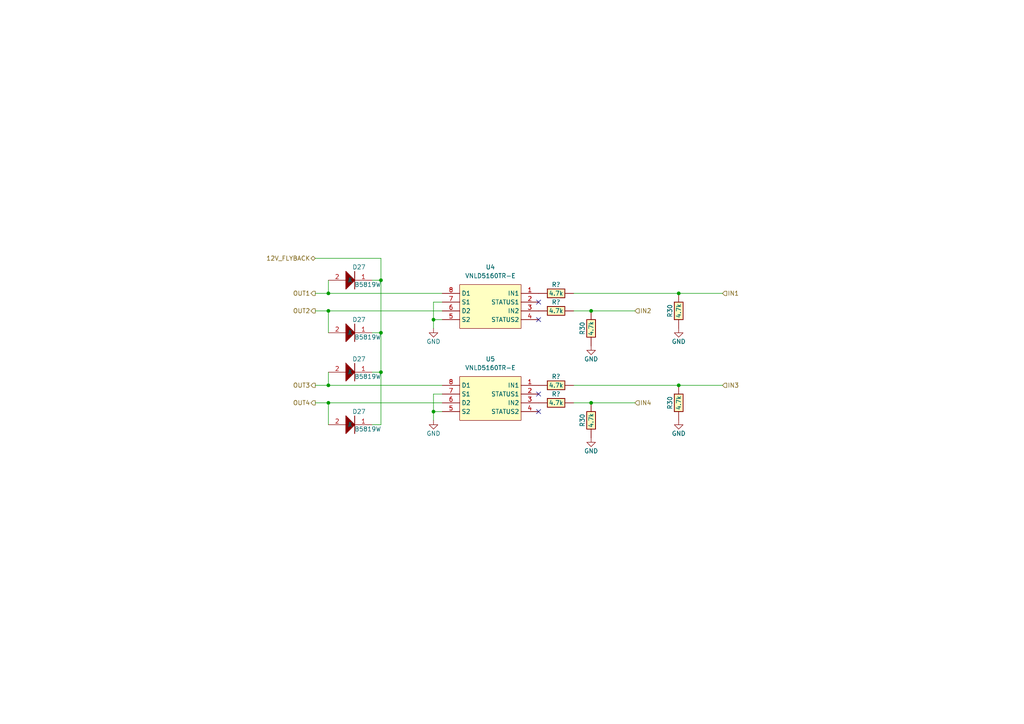
<source format=kicad_sch>
(kicad_sch (version 20230121) (generator eeschema)
  (paper "A4")
  (title_block (date "2024-03-15") (company "rusefi.com"))
  (lib_symbols
    (symbol "chips:VNLD5160"
      (property "Reference" "U" (at 6.35 3.81 0))
      (property "Value" "VNLD5160TR-E" (at 12.7 -11.43 0))
      (symbol "VNLD5160_1_1"
        (rectangle (start 5.08 2.54) (end 22.86 -10.16) (fill (type background)))
        (pin input line (at 0 0 0) (length 5.08) (name "IN1") (number "1"))
        (pin open_collector line (at 0 -2.54 0) (length 5.08) (name "STATUS1") (number "2"))
        (pin input line (at 0 -5.08 0) (length 5.08) (name "IN2") (number "3"))
        (pin open_collector line (at 0 -7.62 0) (length 5.08) (name "STATUS2") (number "4"))
        (pin power_in line (at 27.94 -7.62 180) (length 5.08) (name "S2") (number "5"))
        (pin power_out line (at 27.94 -5.08 180) (length 5.08) (name "D2") (number "6"))
        (pin power_in line (at 27.94 -2.54 180) (length 5.08) (name "S1") (number "7"))
        (pin power_out line (at 27.94 0 180) (length 5.08) (name "D1") (number "8"))
      )
    )
    (symbol "hellen-one-common:1N4148WS"
      (property "Reference" "D" (at 0 2.54 0))
      (property "Value" "1N4148WS" (at 0 -3.81 0))
      (symbol "1N4148WS_1_0"
        (polyline (pts (xy 2.54 2.54) (xy 2.54 -2.54)) (stroke (width 0.254)))
        (polyline (pts (xy 0 -2.54) (xy 2.54 0) (xy 0 2.54) (xy 0 -2.54)) (stroke (width 0.254)) (fill (type outline)))
        (pin passive line (at 7.62 0 180) (length 5.08) (name "K") (number "1"))
        (pin passive line (at -5.08 0 0) (length 5.08) (name "A") (number "2"))
      )
    )
    (symbol "hellen-one-common:Res" (pin_numbers hide)
      (property "Reference" "R" (at 3.81 2.54 0))
      (property "Value" "Res" (at 5.08 -2.54 0))
      (symbol "Res_1_0"
        (rectangle (start 2.54 -1.27) (end 7.62 1.27) (stroke (width 0.254)) (fill (type background)))
        (pin passive line (at 0 0 0) (length 2.54) (name "") (number "1"))
        (pin passive line (at 10.16 0 180) (length 2.54) (name "") (number "2"))
      )
    )
    (symbol "power:GND" (power) (pin_names (offset 0))
      (property "Value" "GND" (at 0 -3.81 0))
      (symbol "GND_0_1"
        (polyline (pts (xy 0 0) (xy 0 -1.27) (xy 1.27 -1.27) (xy 0 -2.54) (xy -1.27 -1.27) (xy 0 -1.27)))
      )
      (symbol "GND_1_1"
        (pin power_in line (at 0 0 270) (length 0) hide (name "GND") (number "1"))
      )
    )
  )
  (junction (at 110.49 107.95))
  (junction (at 171.45 90.17))
  (junction (at 171.45 116.84))
  (junction (at 95.25 116.84))
  (junction (at 125.73 119.38))
  (junction (at 95.25 85.09))
  (junction (at 110.49 81.28))
  (junction (at 110.49 96.52))
  (junction (at 125.73 92.71))
  (junction (at 95.25 111.76))
  (junction (at 95.25 90.17))
  (junction (at 196.85 85.09))
  (junction (at 196.85 111.76))
  (no_connect (at 156.21 92.71))
  (no_connect (at 156.21 119.38))
  (no_connect (at 156.21 114.3))
  (no_connect (at 156.21 87.63))
  (wire (pts (xy 95.25 85.09) (xy 128.27 85.09)))
  (wire (pts (xy 166.37 85.09) (xy 196.85 85.09)))
  (wire (pts (xy 110.49 81.28) (xy 107.95 81.28)))
  (wire (pts (xy 125.73 114.3) (xy 128.27 114.3)))
  (wire (pts (xy 125.73 119.38) (xy 125.73 114.3)))
  (wire (pts (xy 166.37 90.17) (xy 171.45 90.17)))
  (wire (pts (xy 95.25 107.95) (xy 95.25 111.76)))
  (wire (pts (xy 196.85 85.09) (xy 209.55 85.09)))
  (wire (pts (xy 110.49 96.52) (xy 107.95 96.52)))
  (wire (pts (xy 196.85 111.76) (xy 209.55 111.76)))
  (wire (pts (xy 125.73 87.63) (xy 128.27 87.63)))
  (wire (pts (xy 110.49 81.28) (xy 110.49 74.93)))
  (wire (pts (xy 125.73 121.92) (xy 125.73 119.38)))
  (wire (pts (xy 110.49 123.19) (xy 107.95 123.19)))
  (wire (pts (xy 110.49 123.19) (xy 110.49 107.95)))
  (wire (pts (xy 95.25 116.84) (xy 95.25 123.19)))
  (wire (pts (xy 95.25 90.17) (xy 128.27 90.17)))
  (wire (pts (xy 91.44 85.09) (xy 95.25 85.09)))
  (wire (pts (xy 125.73 119.38) (xy 128.27 119.38)))
  (wire (pts (xy 125.73 92.71) (xy 125.73 87.63)))
  (wire (pts (xy 95.25 90.17) (xy 95.25 96.52)))
  (wire (pts (xy 171.45 90.17) (xy 184.15 90.17)))
  (wire (pts (xy 166.37 116.84) (xy 171.45 116.84)))
  (wire (pts (xy 95.25 81.28) (xy 95.25 85.09)))
  (wire (pts (xy 91.44 116.84) (xy 95.25 116.84)))
  (wire (pts (xy 171.45 116.84) (xy 184.15 116.84)))
  (wire (pts (xy 95.25 116.84) (xy 128.27 116.84)))
  (wire (pts (xy 166.37 111.76) (xy 196.85 111.76)))
  (wire (pts (xy 91.44 90.17) (xy 95.25 90.17)))
  (wire (pts (xy 110.49 107.95) (xy 110.49 96.52)))
  (wire (pts (xy 110.49 96.52) (xy 110.49 81.28)))
  (wire (pts (xy 95.25 111.76) (xy 128.27 111.76)))
  (wire (pts (xy 110.49 107.95) (xy 107.95 107.95)))
  (wire (pts (xy 91.44 111.76) (xy 95.25 111.76)))
  (wire (pts (xy 125.73 92.71) (xy 128.27 92.71)))
  (wire (pts (xy 91.44 74.93) (xy 110.49 74.93)))
  (wire (pts (xy 125.73 95.25) (xy 125.73 92.71)))
  (hierarchical_label "12V_FLYBACK" (shape bidirectional) (at 91.44 74.93 180))
  (hierarchical_label "IN1" (shape input) (at 209.55 85.09 0))
  (hierarchical_label "OUT4" (shape output) (at 91.44 116.84 180))
  (hierarchical_label "OUT3" (shape output) (at 91.44 111.76 180))
  (hierarchical_label "OUT2" (shape output) (at 91.44 90.17 180))
  (hierarchical_label "IN2" (shape input) (at 184.15 90.17 0))
  (hierarchical_label "IN3" (shape input) (at 209.55 111.76 0))
  (hierarchical_label "OUT1" (shape output) (at 91.44 85.09 180))
  (hierarchical_label "IN4" (shape input) (at 184.15 116.84 0))
  (symbol (lib_id "hellen-one-common:Res") (at 196.85 95.25 90) (unit 1)
    (property "Reference" "R30" (at 194.31 90.17 0))
    (property "Value" "4.7k" (at 196.85 90.17 0))
    (property "Footprint" "hellen-one-common:R0603" (effects hide))
    (property "LCSC" "C23162" (effects hide))
    (instances (project "hellen154hyundai" (path "" (reference "R30") (unit 1)) (path "" (reference "R75") (unit 1)) (path "" (reference "R33") (unit 1)) (path "" (reference "R92") (unit 1))) (project "uaefi" (path "" (reference "R10") (unit 1))))
  )
  (symbol (lib_id "hellen-one-common:Res") (at 196.85 121.92 90) (unit 1)
    (property "Reference" "R30" (at 194.31 116.84 0))
    (property "Value" "4.7k" (at 196.85 116.84 0))
    (property "Footprint" "hellen-one-common:R0603" (effects hide))
    (property "LCSC" "C23162" (effects hide))
    (instances (project "hellen154hyundai" (path "" (reference "R30") (unit 1)) (path "" (reference "R77") (unit 1)) (path "" (reference "R37") (unit 1)) (path "" (reference "R93") (unit 1))) (project "uaefi" (path "" (reference "R12") (unit 1))))
  )
  (symbol (lib_id "hellen-one-common:Res") (at 156.21 111.76 0) (unit 1)
    (property "Reference" "R?" (at 161.29 109.22 0))
    (property "Value" "4.7k" (at 161.29 111.76 0))
    (property "Footprint" "hellen-one-common:R0603" (effects hide))
    (property "LCSC" "C23162" (effects hide))
    (instances (project "hellen154hyundai" (path "" (reference "R?") (unit 1)) (path "" (reference "R26") (unit 1)) (path "" (reference "R48") (unit 1)) (path "" (reference "R88") (unit 1))) (project "uaefi" (path "" (reference "R10") (unit 1))))
  )
  (symbol (lib_id "power:GND") (at 125.73 95.25 0) (mirror y) (unit 1)
    (property "Reference" "#PWR089" (effects hide))
    (property "Value" "GND" (at 125.73 99.06 0))
    (instances (project "hellen154hyundai" (path "" (reference "#PWR089") (unit 1)) (path "" (reference "#PWR072") (unit 1)) (path "" (reference "#PWR0104") (unit 1))) (project "uaefi" (path "" (reference "#PWR090") (unit 1))))
  )
  (symbol (lib_id "power:GND") (at 196.85 121.92 0) (mirror y) (unit 1)
    (property "Reference" "#PWR095" (effects hide))
    (property "Value" "GND" (at 196.85 125.73 0))
    (instances (project "hellen154hyundai" (path "" (reference "#PWR095") (unit 1)) (path "" (reference "#PWR084") (unit 1)) (path "" (reference "#PWR0109") (unit 1))) (project "uaefi" (path "" (reference "#PWR0141") (unit 1))))
  )
  (symbol (lib_id "hellen-one-common:Res") (at 156.21 116.84 0) (unit 1)
    (property "Reference" "R?" (at 161.29 114.3 0))
    (property "Value" "4.7k" (at 161.29 116.84 0))
    (property "Footprint" "hellen-one-common:R0603" (effects hide))
    (property "LCSC" "C23162" (effects hide))
    (instances (project "hellen154hyundai" (path "" (reference "R?") (unit 1)) (path "" (reference "R26") (unit 1)) (path "" (reference "R49") (unit 1)) (path "" (reference "R89") (unit 1))) (project "uaefi" (path "" (reference "R10") (unit 1))))
  )
  (symbol (lib_id "chips:VNLD5160") (at 156.21 111.76 0) (mirror y) (unit 1)
    (property "Reference" "U5" (at 142.24 104.14 0))
    (property "Value" "VNLD5160TR-E" (at 142.24 106.68 0))
    (property "Footprint" "Package_SO:SOIC-8_3.9x4.9mm_P1.27mm" (effects hide))
    (property "LCSC" "C377942" (effects hide))
    (instances (project "hellen154hyundai" (path "" (reference "U5") (unit 1)) (path "" (reference "U2") (unit 1)) (path "" (reference "U9") (unit 1))) (project "uaefi" (path "" (reference "U8") (unit 1))))
  )
  (symbol (lib_id "power:GND") (at 125.73 121.92 0) (mirror y) (unit 1)
    (property "Reference" "#PWR090" (effects hide))
    (property "Value" "GND" (at 125.73 125.73 0))
    (instances (project "hellen154hyundai" (path "" (reference "#PWR090") (unit 1)) (path "" (reference "#PWR073") (unit 1)) (path "" (reference "#PWR0105") (unit 1))) (project "uaefi" (path "" (reference "#PWR091") (unit 1))))
  )
  (symbol (lib_id "power:GND") (at 171.45 100.33 0) (mirror y) (unit 1)
    (property "Reference" "#PWR091" (effects hide))
    (property "Value" "GND" (at 171.45 104.14 0))
    (instances (project "hellen154hyundai" (path "" (reference "#PWR091") (unit 1)) (path "" (reference "#PWR074") (unit 1)) (path "" (reference "#PWR0106") (unit 1))) (project "uaefi" (path "" (reference "#PWR092") (unit 1))))
  )
  (symbol (lib_id "hellen-one-common:1N4148WS") (at 100.33 123.19 0) (mirror x) (unit 1)
    (property "Reference" "D27" (at 104.14 119.38 0))
    (property "Value" "B5819W" (at 106.68 124.46 0))
    (property "Footprint" "hellen-one-common:SOD-123" (effects hide))
    (property "LCSC" "C8598" (effects hide))
    (instances (project "lowside_quad" (path "" (reference "D27") (unit 1))) (project "hellen154hyundai" (path "" (reference "D27") (unit 1)) (path "" (reference "D44") (unit 1)) (path "" (reference "D44") (unit 1)) (path "" (reference "D32") (unit 1))) (project "uaefi" (path "" (reference "D5") (unit 1))))
  )
  (symbol (lib_id "hellen-one-common:1N4148WS") (at 100.33 107.95 0) (mirror x) (unit 1)
    (property "Reference" "D27" (at 104.14 104.14 0))
    (property "Value" "B5819W" (at 106.68 109.22 0))
    (property "Footprint" "hellen-one-common:SOD-123" (effects hide))
    (property "LCSC" "C8598" (effects hide))
    (instances (project "lowside_quad" (path "" (reference "D27") (unit 1))) (project "hellen154hyundai" (path "" (reference "D27") (unit 1)) (path "" (reference "D41") (unit 1)) (path "" (reference "D41") (unit 1)) (path "" (reference "D31") (unit 1))) (project "uaefi" (path "" (reference "D4") (unit 1))))
  )
  (symbol (lib_id "hellen-one-common:Res") (at 156.21 85.09 0) (unit 1)
    (property "Reference" "R?" (at 161.29 82.55 0))
    (property "Value" "4.7k" (at 161.29 85.09 0))
    (property "Footprint" "hellen-one-common:R0603" (effects hide))
    (property "LCSC" "C23162" (effects hide))
    (instances (project "hellen154hyundai" (path "" (reference "R?") (unit 1)) (path "" (reference "R26") (unit 1)) (path "" (reference "R41") (unit 1)) (path "" (reference "R86") (unit 1))) (project "uaefi" (path "" (reference "R10") (unit 1))))
  )
  (symbol (lib_id "hellen-one-common:1N4148WS") (at 100.33 81.28 0) (mirror x) (unit 1)
    (property "Reference" "D27" (at 104.14 77.47 0))
    (property "Value" "B5819W" (at 106.68 82.55 0))
    (property "Footprint" "hellen-one-common:SOD-123" (effects hide))
    (property "LCSC" "C8598" (effects hide))
    (instances (project "lowside_quad" (path "" (reference "D27") (unit 1))) (project "hellen154hyundai" (path "" (reference "D27") (unit 1)) (path "" (reference "D39") (unit 1)) (path "" (reference "D39") (unit 1)) (path "" (reference "D4") (unit 1))) (project "uaefi" (path "" (reference "D2") (unit 1))))
  )
  (symbol (lib_id "chips:VNLD5160") (at 156.21 85.09 0) (mirror y) (unit 1)
    (property "Reference" "U4" (at 142.24 77.47 0))
    (property "Value" "VNLD5160TR-E" (at 142.24 80.01 0))
    (property "Footprint" "Package_SO:SOIC-8_3.9x4.9mm_P1.27mm" (effects hide))
    (property "LCSC" "C377942" (effects hide))
    (instances (project "hellen154hyundai" (path "" (reference "U4") (unit 1)) (path "" (reference "U1") (unit 1)) (path "" (reference "U8") (unit 1))) (project "uaefi" (path "" (reference "U7") (unit 1))))
  )
  (symbol (lib_id "power:GND") (at 196.85 95.25 0) (mirror y) (unit 1)
    (property "Reference" "#PWR093" (effects hide))
    (property "Value" "GND" (at 196.85 99.06 0))
    (instances (project "hellen154hyundai" (path "" (reference "#PWR093") (unit 1)) (path "" (reference "#PWR078") (unit 1)) (path "" (reference "#PWR0108") (unit 1))) (project "uaefi" (path "" (reference "#PWR093") (unit 1))))
  )
  (symbol (lib_id "hellen-one-common:1N4148WS") (at 100.33 96.52 0) (mirror x) (unit 1)
    (property "Reference" "D27" (at 104.14 92.71 0))
    (property "Value" "B5819W" (at 106.68 97.79 0))
    (property "Footprint" "hellen-one-common:SOD-123" (effects hide))
    (property "LCSC" "C8598" (effects hide))
    (instances (project "lowside_quad" (path "" (reference "D27") (unit 1))) (project "hellen154hyundai" (path "" (reference "D27") (unit 1)) (path "" (reference "D40") (unit 1)) (path "" (reference "D40") (unit 1)) (path "" (reference "D25") (unit 1))) (project "uaefi" (path "" (reference "D3") (unit 1))))
  )
  (symbol (lib_id "hellen-one-common:Res") (at 156.21 90.17 0) (unit 1)
    (property "Reference" "R?" (at 161.29 87.63 0))
    (property "Value" "4.7k" (at 161.29 90.17 0))
    (property "Footprint" "hellen-one-common:R0603" (effects hide))
    (property "LCSC" "C23162" (effects hide))
    (instances (project "hellen154hyundai" (path "" (reference "R?") (unit 1)) (path "" (reference "R26") (unit 1)) (path "" (reference "R42") (unit 1)) (path "" (reference "R87") (unit 1))) (project "uaefi" (path "" (reference "R10") (unit 1))))
  )
  (symbol (lib_id "power:GND") (at 171.45 127 0) (mirror y) (unit 1)
    (property "Reference" "#PWR092" (effects hide))
    (property "Value" "GND" (at 171.45 130.81 0))
    (instances (project "hellen154hyundai" (path "" (reference "#PWR092") (unit 1)) (path "" (reference "#PWR077") (unit 1)) (path "" (reference "#PWR0107") (unit 1))) (project "uaefi" (path "" (reference "#PWR0142") (unit 1))))
  )
  (symbol (lib_id "hellen-one-common:Res") (at 171.45 127 90) (unit 1)
    (property "Reference" "R30" (at 168.91 121.92 0))
    (property "Value" "4.7k" (at 171.45 121.92 0))
    (property "Footprint" "hellen-one-common:R0603" (effects hide))
    (property "LCSC" "C23162" (effects hide))
    (instances (project "hellen154hyundai" (path "" (reference "R30") (unit 1)) (path "" (reference "R74") (unit 1)) (path "" (reference "R31") (unit 1)) (path "" (reference "R91") (unit 1))) (project "uaefi" (path "" (reference "R13") (unit 1))))
  )
  (symbol (lib_id "hellen-one-common:Res") (at 171.45 100.33 90) (unit 1)
    (property "Reference" "R30" (at 168.91 95.25 0))
    (property "Value" "4.7k" (at 171.45 95.25 0))
    (property "Footprint" "hellen-one-common:R0603" (effects hide))
    (property "LCSC" "C23162" (effects hide))
    (instances (project "hellen154hyundai" (path "" (reference "R30") (unit 1)) (path "" (reference "R73") (unit 1)) (path "" (reference "R26") (unit 1)) (path "" (reference "R90") (unit 1))) (project "uaefi" (path "" (reference "R11") (unit 1))))
  )
)
</source>
